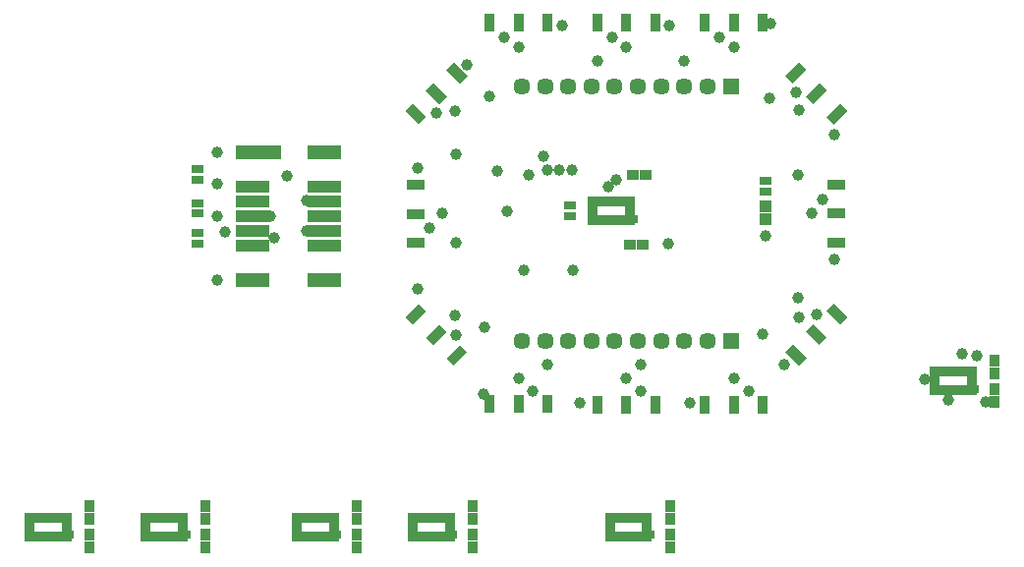
<source format=gts>
G04 #@! TF.FileFunction,Soldermask,Top*
%FSLAX46Y46*%
G04 Gerber Fmt 4.6, Leading zero omitted, Abs format (unit mm)*
G04 Created by KiCad (PCBNEW 4.0.7-e2-6376~58~ubuntu16.04.1) date Fri Aug  3 14:44:38 2018*
%MOMM*%
%LPD*%
G01*
G04 APERTURE LIST*
%ADD10C,0.100000*%
%ADD11C,1.450000*%
%ADD12R,1.450000X1.450000*%
%ADD13R,0.900000X1.650000*%
%ADD14R,0.900000X0.900000*%
%ADD15R,0.650000X0.650000*%
%ADD16R,1.650000X0.900000*%
%ADD17R,1.000000X0.900000*%
%ADD18R,1.100000X1.000000*%
%ADD19R,1.000000X0.800000*%
%ADD20R,4.000000X1.200000*%
%ADD21R,3.000000X1.100000*%
%ADD22R,3.000000X1.200000*%
%ADD23R,0.900000X1.000000*%
%ADD24C,1.000000*%
G04 APERTURE END LIST*
D10*
D11*
X130000000Y-86000000D03*
X146000000Y-86000000D03*
D12*
X148000000Y-86000000D03*
D11*
X134000000Y-86000000D03*
X132000000Y-86000000D03*
X144000000Y-86000000D03*
X142000000Y-86000000D03*
X136000000Y-86000000D03*
X138000000Y-86000000D03*
X140000000Y-86000000D03*
D13*
X132230000Y-80540000D03*
X129730000Y-80540000D03*
X127230000Y-80540000D03*
X141510000Y-80570000D03*
X139010000Y-80570000D03*
X136510000Y-80570000D03*
X150780000Y-80550000D03*
X148280000Y-80550000D03*
X145780000Y-80550000D03*
X145790000Y-113450000D03*
X148290000Y-113450000D03*
X150790000Y-113450000D03*
X127220000Y-113390000D03*
X129720000Y-113390000D03*
X132220000Y-113390000D03*
D14*
X139340000Y-97560000D03*
X138540000Y-97560000D03*
X137740000Y-97560000D03*
X136940000Y-97560000D03*
X136140000Y-97560000D03*
X136140000Y-96760000D03*
X136140000Y-95960000D03*
X136940000Y-95960000D03*
X137740000Y-95960000D03*
X138540000Y-95960000D03*
X139340000Y-95960000D03*
X139340000Y-96760000D03*
D15*
X139640000Y-97435000D03*
D10*
G36*
X158039328Y-88132602D02*
X156872602Y-89299328D01*
X156236206Y-88662932D01*
X157402932Y-87496206D01*
X158039328Y-88132602D01*
X158039328Y-88132602D01*
G37*
G36*
X156271561Y-86364835D02*
X155104835Y-87531561D01*
X154468439Y-86895165D01*
X155635165Y-85728439D01*
X156271561Y-86364835D01*
X156271561Y-86364835D01*
G37*
G36*
X154503794Y-84597068D02*
X153337068Y-85763794D01*
X152700672Y-85127398D01*
X153867398Y-83960672D01*
X154503794Y-84597068D01*
X154503794Y-84597068D01*
G37*
D16*
X157120000Y-99500000D03*
X157120000Y-97000000D03*
X157120000Y-94500000D03*
X120860000Y-94510000D03*
X120860000Y-97010000D03*
X120860000Y-99510000D03*
D13*
X136500000Y-113450000D03*
X139000000Y-113450000D03*
X141500000Y-113450000D03*
D10*
G36*
X119960672Y-105927398D02*
X121127398Y-104760672D01*
X121763794Y-105397068D01*
X120597068Y-106563794D01*
X119960672Y-105927398D01*
X119960672Y-105927398D01*
G37*
G36*
X121728439Y-107695165D02*
X122895165Y-106528439D01*
X123531561Y-107164835D01*
X122364835Y-108331561D01*
X121728439Y-107695165D01*
X121728439Y-107695165D01*
G37*
G36*
X123496206Y-109462932D02*
X124662932Y-108296206D01*
X125299328Y-108932602D01*
X124132602Y-110099328D01*
X123496206Y-109462932D01*
X123496206Y-109462932D01*
G37*
G36*
X153887398Y-110069328D02*
X152720672Y-108902602D01*
X153357068Y-108266206D01*
X154523794Y-109432932D01*
X153887398Y-110069328D01*
X153887398Y-110069328D01*
G37*
G36*
X155655165Y-108301561D02*
X154488439Y-107134835D01*
X155124835Y-106498439D01*
X156291561Y-107665165D01*
X155655165Y-108301561D01*
X155655165Y-108301561D01*
G37*
G36*
X157422932Y-106533794D02*
X156256206Y-105367068D01*
X156892602Y-104730672D01*
X158059328Y-105897398D01*
X157422932Y-106533794D01*
X157422932Y-106533794D01*
G37*
G36*
X124152602Y-83950672D02*
X125319328Y-85117398D01*
X124682932Y-85753794D01*
X123516206Y-84587068D01*
X124152602Y-83950672D01*
X124152602Y-83950672D01*
G37*
G36*
X122384835Y-85718439D02*
X123551561Y-86885165D01*
X122915165Y-87521561D01*
X121748439Y-86354835D01*
X122384835Y-85718439D01*
X122384835Y-85718439D01*
G37*
G36*
X120617068Y-87486206D02*
X121783794Y-88652932D01*
X121147398Y-89289328D01*
X119980672Y-88122602D01*
X120617068Y-87486206D01*
X120617068Y-87486206D01*
G37*
D17*
X139350000Y-99650000D03*
X140450000Y-99650000D03*
X140650000Y-93675000D03*
X139550000Y-93675000D03*
D18*
X151025000Y-96400000D03*
X151025000Y-97500000D03*
D19*
X151025000Y-94200000D03*
X151025000Y-95100000D03*
X134150000Y-97200000D03*
X134150000Y-96300000D03*
D11*
X130000000Y-108000000D03*
X146000000Y-108000000D03*
D12*
X148000000Y-108000000D03*
D11*
X134000000Y-108000000D03*
X132000000Y-108000000D03*
X144000000Y-108000000D03*
X142000000Y-108000000D03*
X136000000Y-108000000D03*
X138000000Y-108000000D03*
X140000000Y-108000000D03*
D19*
X102100000Y-98675000D03*
X102100000Y-99575000D03*
X102100000Y-96075000D03*
X102100000Y-96975000D03*
X102100000Y-93175000D03*
X102100000Y-94075000D03*
D20*
X107350000Y-91675000D03*
D21*
X106850000Y-97175000D03*
X106850000Y-98445000D03*
X106850000Y-99715000D03*
X106850000Y-95905000D03*
X106850000Y-94635000D03*
X112950000Y-94635000D03*
X112950000Y-99715000D03*
X112950000Y-98445000D03*
X112950000Y-97175000D03*
X112950000Y-95905000D03*
D22*
X112950000Y-91675000D03*
X112950000Y-102675000D03*
X106850000Y-102675000D03*
D23*
X170700000Y-109650000D03*
X170700000Y-110750000D03*
X170700000Y-113200000D03*
X170700000Y-112100000D03*
X102750000Y-125775000D03*
X102750000Y-124675000D03*
X102750000Y-122200000D03*
X102750000Y-123300000D03*
D14*
X168750000Y-112200000D03*
X167950000Y-112200000D03*
X167150000Y-112200000D03*
X166350000Y-112200000D03*
X165550000Y-112200000D03*
X165550000Y-111400000D03*
X165550000Y-110600000D03*
X166350000Y-110600000D03*
X167150000Y-110600000D03*
X167950000Y-110600000D03*
X168750000Y-110600000D03*
X168750000Y-111400000D03*
D15*
X169050000Y-112075000D03*
D14*
X100800000Y-124775000D03*
X100000000Y-124775000D03*
X99200000Y-124775000D03*
X98400000Y-124775000D03*
X97600000Y-124775000D03*
X97600000Y-123975000D03*
X97600000Y-123175000D03*
X98400000Y-123175000D03*
X99200000Y-123175000D03*
X100000000Y-123175000D03*
X100800000Y-123175000D03*
X100800000Y-123975000D03*
D15*
X101100000Y-124650000D03*
D23*
X115750000Y-125775000D03*
X115750000Y-124675000D03*
X115750000Y-122225000D03*
X115750000Y-123325000D03*
X125750000Y-125775000D03*
X125750000Y-124675000D03*
X125750000Y-122225000D03*
X125750000Y-123325000D03*
X92750000Y-125775000D03*
X92750000Y-124675000D03*
X92750000Y-122225000D03*
X92750000Y-123325000D03*
D14*
X113800000Y-124775000D03*
X113000000Y-124775000D03*
X112200000Y-124775000D03*
X111400000Y-124775000D03*
X110600000Y-124775000D03*
X110600000Y-123975000D03*
X110600000Y-123175000D03*
X111400000Y-123175000D03*
X112200000Y-123175000D03*
X113000000Y-123175000D03*
X113800000Y-123175000D03*
X113800000Y-123975000D03*
D15*
X114100000Y-124650000D03*
D14*
X123800000Y-124775000D03*
X123000000Y-124775000D03*
X122200000Y-124775000D03*
X121400000Y-124775000D03*
X120600000Y-124775000D03*
X120600000Y-123975000D03*
X120600000Y-123175000D03*
X121400000Y-123175000D03*
X122200000Y-123175000D03*
X123000000Y-123175000D03*
X123800000Y-123175000D03*
X123800000Y-123975000D03*
D15*
X124100000Y-124650000D03*
D14*
X90800000Y-124775000D03*
X90000000Y-124775000D03*
X89200000Y-124775000D03*
X88400000Y-124775000D03*
X87600000Y-124775000D03*
X87600000Y-123975000D03*
X87600000Y-123175000D03*
X88400000Y-123175000D03*
X89200000Y-123175000D03*
X90000000Y-123175000D03*
X90800000Y-123175000D03*
X90800000Y-123975000D03*
D15*
X91100000Y-124650000D03*
D23*
X142750000Y-125775000D03*
X142750000Y-124675000D03*
X142750000Y-122225000D03*
X142750000Y-123325000D03*
D14*
X140800000Y-124775000D03*
X140000000Y-124775000D03*
X139200000Y-124775000D03*
X138400000Y-124775000D03*
X137600000Y-124775000D03*
X137600000Y-123975000D03*
X137600000Y-123175000D03*
X138400000Y-123175000D03*
X139200000Y-123175000D03*
X140000000Y-123175000D03*
X140800000Y-123175000D03*
X140800000Y-123975000D03*
D15*
X141100000Y-124650000D03*
D24*
X142625000Y-99625000D03*
X130150000Y-101880000D03*
X134400000Y-101890000D03*
X126725000Y-112575000D03*
X151420000Y-80640000D03*
X133500000Y-80750000D03*
X142720000Y-80750000D03*
X156970000Y-90180000D03*
X156970000Y-100910000D03*
X152580000Y-110030000D03*
X144450000Y-113310000D03*
X134970000Y-113310000D03*
X121050000Y-103480000D03*
X125240000Y-84160000D03*
X121050000Y-93080000D03*
X133225000Y-93200000D03*
X153825000Y-93675000D03*
X127890000Y-93330000D03*
X132220000Y-93240000D03*
X126810000Y-106760000D03*
X153830000Y-104230000D03*
X132230000Y-110020000D03*
X140260000Y-110030000D03*
X150770000Y-107350000D03*
X136510000Y-83840000D03*
X127220000Y-86850000D03*
X124360000Y-91870000D03*
X124370000Y-99490000D03*
X151370000Y-87080000D03*
X144000000Y-83840000D03*
X151020000Y-98940000D03*
X134330000Y-93240000D03*
X131890000Y-92010000D03*
X137470000Y-94700000D03*
X124270000Y-105760000D03*
X139010000Y-111220000D03*
X124220000Y-88190000D03*
X123170000Y-97000000D03*
X148290000Y-111210000D03*
X153890000Y-105900000D03*
X154970000Y-97000000D03*
X153920000Y-88070000D03*
X139010000Y-82680000D03*
X129730000Y-82680000D03*
X148290000Y-82680000D03*
X129740000Y-111220000D03*
X138150000Y-94060000D03*
X130570000Y-93630000D03*
X122600000Y-88340000D03*
X122030000Y-98250000D03*
X124370000Y-107440000D03*
X130980000Y-112290000D03*
X140260000Y-112290000D03*
X149540000Y-112290000D03*
X155410000Y-105650000D03*
X155900000Y-95750000D03*
X153660000Y-86570000D03*
X137760000Y-81810000D03*
X147030000Y-81810000D03*
X128480000Y-81810000D03*
X128750000Y-96775000D03*
X108700000Y-99050000D03*
X103800000Y-102700000D03*
X109750000Y-93700000D03*
X103800000Y-91700000D03*
X111450000Y-98450000D03*
X111450000Y-95900000D03*
X104475000Y-98575000D03*
X108350000Y-97175000D03*
X103800000Y-97200000D03*
X103800000Y-94450000D03*
X169950000Y-113200000D03*
X166750000Y-113075000D03*
X169200000Y-109275000D03*
X164700000Y-111275000D03*
X167950000Y-109050000D03*
M02*

</source>
